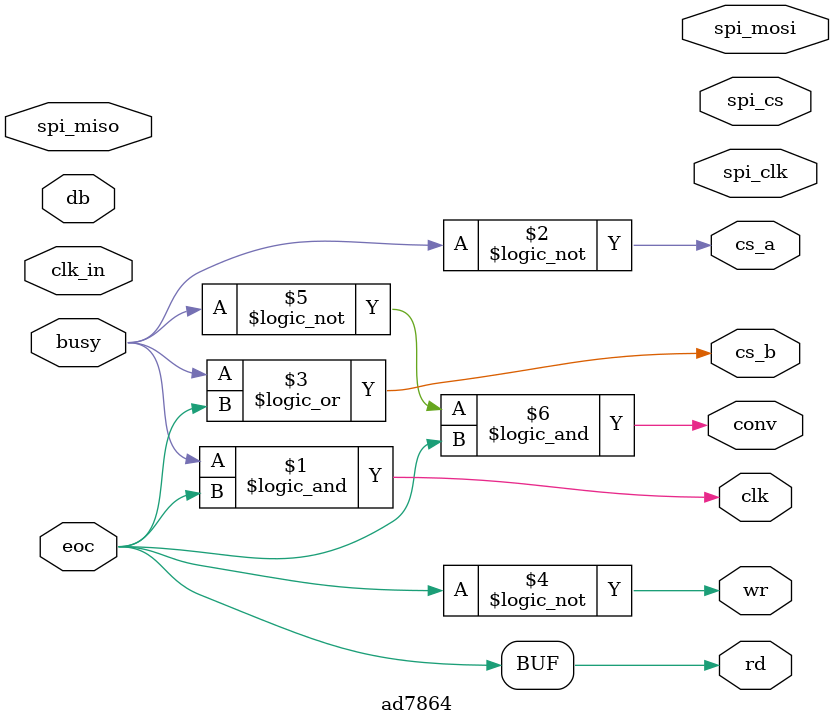
<source format=v>

module ad7864(
	input clk_in, //the input clock
	
	//////CPLD <--> ADC
	output clk,  //clk output to AD7864
	output cs_a, //chip select for chip A
	output cs_b, //chip select for chip B
	output wr,   //write signal
	output rd,   //read signal
	output conv, //start conversion signal
	
	input busy,  //ADC busy signal
	input eoc,   //end of conversion signal
		
	inout [11:0] db,
	
	//CPLD <-->DSP (SPI interface)
	output spi_clk,
	output spi_mosi,
	output spi_cs,
	input spi_miso
	
	
); //ADC converted data
	
	assign clk = busy && eoc;
	assign cs_a = !busy;
	assign cs_b = busy || eoc;
	assign wr = !eoc;
	assign rd = eoc;
	assign conv = (!busy) && eoc;
endmodule
	
</source>
